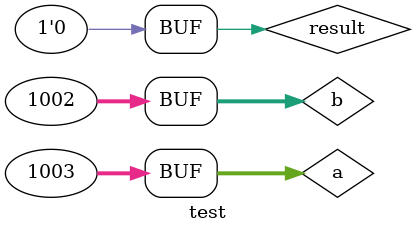
<source format=v>

/*
 * Copyright (c) 2000 Steven Wilson (stevew@homeaddress.org)
 *
 *    This source code is free software; you can redistribute it
 *    and/or modify it in source code form under the terms of the GNU
 *    General Public License as published by the Free Software
 *    Foundation; either version 2 of the License, or (at your option)
 *    any later version.
 *
 *    This program is distributed in the hope that it will be useful,
 *    but WITHOUT ANY WARRANTY; without even the implied warranty of
 *    MERCHANTABILITY or FITNESS FOR A PARTICULAR PURPOSE.  See the
 *    GNU General Public License for more details.
 *
 *    You should have received a copy of the GNU General Public License
 *    along with this program; if not, write to the Free Software
 *    Foundation, Inc., 59 Temple Place - Suite 330, Boston, MA 02111-1307, USA
 */

/*
 *  This test looks for <= operation in a continuous assignment.
 */
module test;

integer a;
integer b;
wire  result;
integer error;

assign result = (a <= b);

initial
  begin
    a =  0;
    b = 0;
    error = 0;
    #5 ;
    if( result !== 1'b1)
       error =1;
    a = 1;
    #5;
    if( result !== 1'b0)
       error =1;

    b = 1;
    #5 ;
    if( result !== 1'b1)
       error =1;

    a = 1001;
    b = 1002;
    #5 ;
    if( result !== 1'b1)
       error =1;
    a = 1003;
    #5 ;
    if( result !== 1'b0)
       error =1;

    if(error === 0)
	    $display("PASSED");
    else
	    $display("FAILED");
  end

endmodule

</source>
